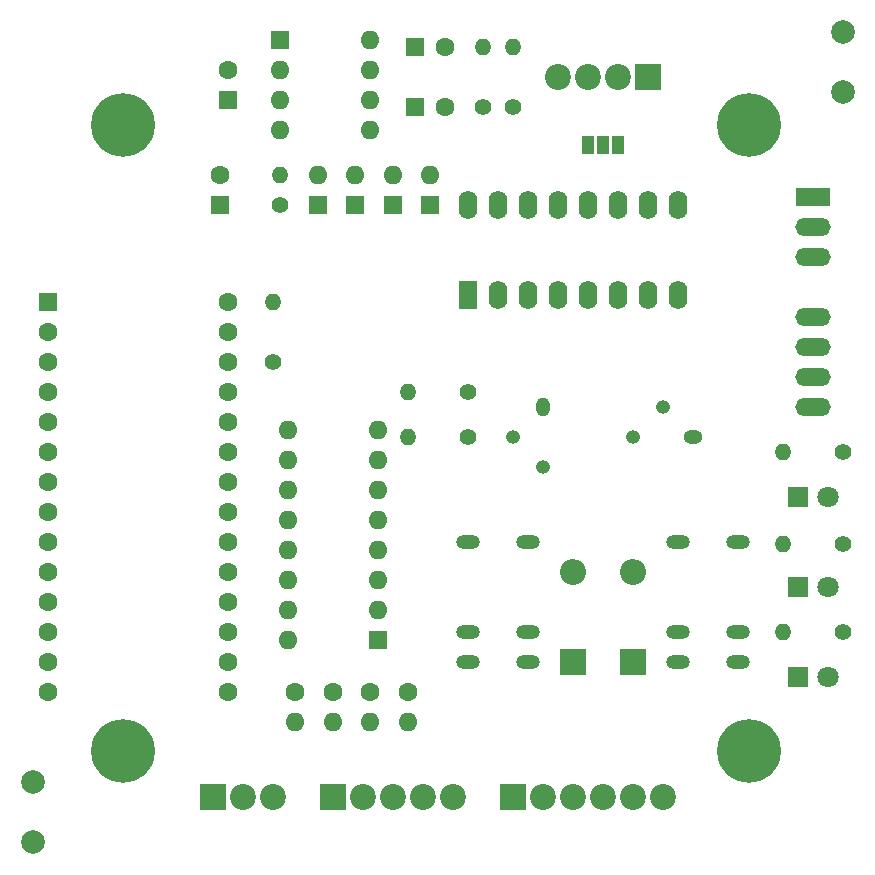
<source format=gts>
G04 #@! TF.GenerationSoftware,KiCad,Pcbnew,5.1.5-1.fc31*
G04 #@! TF.CreationDate,2020-08-14T16:28:45+01:00*
G04 #@! TF.ProjectId,modint-v1.0,6d6f6469-6e74-42d7-9631-2e302e6b6963,1.0*
G04 #@! TF.SameCoordinates,Original*
G04 #@! TF.FileFunction,Soldermask,Top*
G04 #@! TF.FilePolarity,Negative*
%FSLAX46Y46*%
G04 Gerber Fmt 4.6, Leading zero omitted, Abs format (unit mm)*
G04 Created by KiCad (PCBNEW 5.1.5-1.fc31) date 2020-08-14 16:28:45*
%MOMM*%
%LPD*%
G04 APERTURE LIST*
%ADD10R,2.200000X2.200000*%
%ADD11C,2.200000*%
%ADD12C,1.600000*%
%ADD13R,1.600000X1.600000*%
%ADD14R,1.000000X1.500000*%
%ADD15O,1.400000X1.400000*%
%ADD16C,1.400000*%
%ADD17C,5.400000*%
%ADD18O,1.600000X2.400000*%
%ADD19R,1.600000X2.400000*%
%ADD20C,1.800000*%
%ADD21R,1.800000X1.800000*%
%ADD22O,1.600000X1.600000*%
%ADD23O,2.000000X1.200000*%
%ADD24O,1.200000X1.200000*%
%ADD25O,1.600000X1.200000*%
%ADD26O,3.000000X1.500000*%
%ADD27R,3.000000X1.500000*%
%ADD28O,2.200000X2.200000*%
%ADD29O,1.200000X1.600000*%
%ADD30C,2.000000*%
G04 APERTURE END LIST*
D10*
X154610000Y-154940000D03*
D11*
X157150000Y-154940000D03*
X159690000Y-154940000D03*
D12*
X174255000Y-91440000D03*
D13*
X171755000Y-91440000D03*
D14*
X186360000Y-99695000D03*
X187660000Y-99695000D03*
X188960000Y-99695000D03*
D15*
X160325000Y-102235000D03*
D16*
X160325000Y-104775000D03*
D12*
X155245000Y-102275000D03*
D13*
X155245000Y-104775000D03*
D12*
X155880000Y-93385000D03*
D13*
X155880000Y-95885000D03*
D12*
X174255000Y-96520000D03*
D13*
X171755000Y-96520000D03*
D15*
X159690000Y-113030000D03*
D16*
X159690000Y-118110000D03*
D17*
X200000000Y-151000000D03*
X147000000Y-151000000D03*
X147000000Y-98000000D03*
X200000000Y-98000000D03*
D18*
X176200000Y-104775000D03*
X193980000Y-112395000D03*
X178740000Y-104775000D03*
X191440000Y-112395000D03*
X181280000Y-104775000D03*
X188900000Y-112395000D03*
X183820000Y-104775000D03*
X186360000Y-112395000D03*
X186360000Y-104775000D03*
X183820000Y-112395000D03*
X188900000Y-104775000D03*
X181280000Y-112395000D03*
X191440000Y-104775000D03*
X178740000Y-112395000D03*
X193980000Y-104775000D03*
D19*
X176200000Y-112395000D03*
D20*
X206680000Y-129540000D03*
D21*
X204140000Y-129540000D03*
D22*
X160960000Y-141605000D03*
X168580000Y-123825000D03*
X160960000Y-139065000D03*
X168580000Y-126365000D03*
X160960000Y-136525000D03*
X168580000Y-128905000D03*
X160960000Y-133985000D03*
X168580000Y-131445000D03*
X160960000Y-131445000D03*
X168580000Y-133985000D03*
X160960000Y-128905000D03*
X168580000Y-136525000D03*
X160960000Y-126365000D03*
X168580000Y-139065000D03*
X160960000Y-123825000D03*
D13*
X168580000Y-141605000D03*
D11*
X183820000Y-93980000D03*
X186360000Y-93980000D03*
X188900000Y-93980000D03*
D10*
X191440000Y-93980000D03*
D23*
X199060000Y-133350000D03*
X193980000Y-133350000D03*
X199060000Y-140970000D03*
X193980000Y-140970000D03*
X199060000Y-143510000D03*
X193980000Y-143510000D03*
X181280000Y-133350000D03*
X176200000Y-133350000D03*
X181280000Y-140970000D03*
X176200000Y-140970000D03*
X181280000Y-143510000D03*
X176200000Y-143510000D03*
D22*
X167945000Y-148590000D03*
D12*
X167945000Y-146050000D03*
D22*
X173025000Y-102235000D03*
D13*
X173025000Y-104775000D03*
D22*
X169850000Y-102235000D03*
D13*
X169850000Y-104775000D03*
D22*
X166675000Y-102235000D03*
D13*
X166675000Y-104775000D03*
D22*
X163500000Y-102235000D03*
D13*
X163500000Y-104775000D03*
D24*
X190170000Y-124460000D03*
X192710000Y-121920000D03*
D25*
X195250000Y-124460000D03*
D22*
X171120000Y-148590000D03*
D12*
X171120000Y-146050000D03*
D22*
X164770000Y-148590000D03*
D12*
X164770000Y-146050000D03*
D22*
X161595000Y-148590000D03*
D12*
X161595000Y-146050000D03*
D26*
X205410000Y-121920000D03*
X205410000Y-119380000D03*
X205410000Y-109220000D03*
X205410000Y-116840000D03*
X205410000Y-114300000D03*
X205410000Y-106680000D03*
D27*
X205410000Y-104140000D03*
D13*
X140640000Y-113030000D03*
D12*
X140640000Y-115570000D03*
X140640000Y-118110000D03*
X140640000Y-120650000D03*
X140640000Y-123190000D03*
X140640000Y-125730000D03*
X140640000Y-128270000D03*
X140640000Y-130810000D03*
X140640000Y-133350000D03*
X140640000Y-135890000D03*
X140640000Y-138430000D03*
X140640000Y-140970000D03*
X140640000Y-143510000D03*
X155880000Y-113030000D03*
X155880000Y-115570000D03*
X155880000Y-118110000D03*
X155880000Y-120650000D03*
X155880000Y-123190000D03*
X155880000Y-125730000D03*
X155880000Y-128270000D03*
X155880000Y-130810000D03*
X155880000Y-133350000D03*
X155880000Y-135890000D03*
X155880000Y-138430000D03*
X155880000Y-140970000D03*
X155880000Y-143510000D03*
X140640000Y-146050000D03*
X155880000Y-146050000D03*
D11*
X174930000Y-154940000D03*
X172390000Y-154940000D03*
X169850000Y-154940000D03*
X167310000Y-154940000D03*
D10*
X164770000Y-154940000D03*
D28*
X190170000Y-135890000D03*
D10*
X190170000Y-143510000D03*
D28*
X185090000Y-135890000D03*
D10*
X185090000Y-143510000D03*
D11*
X192710000Y-154940000D03*
X190170000Y-154940000D03*
X187630000Y-154940000D03*
X185090000Y-154940000D03*
X182550000Y-154940000D03*
D10*
X180010000Y-154940000D03*
D24*
X182550000Y-127000000D03*
X180010000Y-124460000D03*
D29*
X182550000Y-121920000D03*
D30*
X207940000Y-95250000D03*
X207950000Y-90170000D03*
D15*
X202870000Y-125730000D03*
D16*
X207950000Y-125730000D03*
D22*
X167945000Y-90805000D03*
X160325000Y-98425000D03*
X167945000Y-93345000D03*
X160325000Y-95885000D03*
X167945000Y-95885000D03*
X160325000Y-93345000D03*
X167945000Y-98425000D03*
D13*
X160325000Y-90805000D03*
D20*
X206680000Y-144780000D03*
D21*
X204140000Y-144780000D03*
D20*
X206680000Y-137160000D03*
D21*
X204140000Y-137160000D03*
D15*
X202870000Y-140970000D03*
D16*
X207950000Y-140970000D03*
D15*
X202870000Y-133500000D03*
D16*
X207950000Y-133500000D03*
D15*
X171120000Y-120650000D03*
D16*
X176200000Y-120650000D03*
D15*
X171120000Y-124460000D03*
D16*
X176200000Y-124460000D03*
D30*
X139360000Y-158750000D03*
X139370000Y-153670000D03*
D15*
X180010000Y-91440000D03*
D16*
X180010000Y-96520000D03*
D15*
X177470000Y-91440000D03*
D16*
X177470000Y-96520000D03*
M02*

</source>
